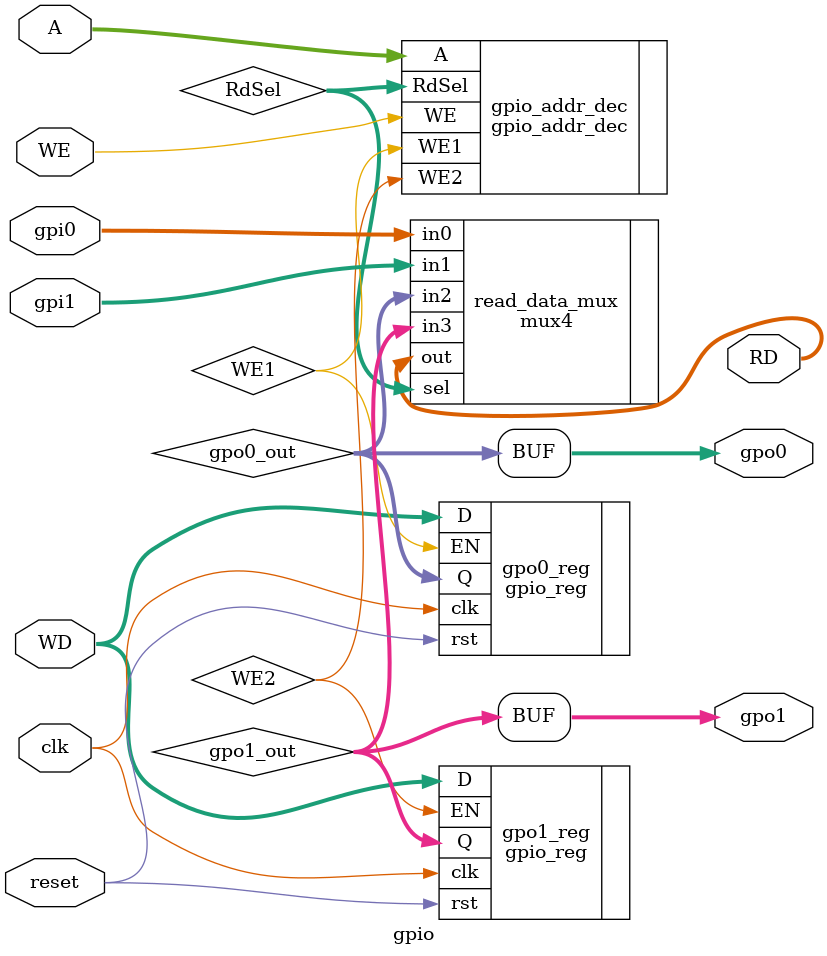
<source format=v>
module gpio(
    input wire clk,
    input wire reset,
    input wire [1:0] A,
    input wire WE,
    input wire [31:0] WD,
    input wire [31:0] gpi0,
    input wire [31:0] gpi1,
    output wire [31:0] RD,
    output wire [31:0] gpo0,
    output wire [31:0] gpo1
);

wire WE1;
wire WE2;
wire [1:0] RdSel;
wire [31:0] gpo0_out;
wire [31:0] gpo1_out;
assign gpo0 = gpo0_out;
assign gpo1 = gpo1_out;

gpio_addr_dec gpio_addr_dec(
    .WE(WE),
    .A(A),
    .WE1(WE1),
    .WE2(WE2),
    .RdSel(RdSel)
);

gpio_reg #(32) gpo0_reg(
    .clk(clk),
    .rst(reset),
    .D(WD),
    .EN(WE1),
    .Q(gpo0_out)
);

gpio_reg #(32) gpo1_reg(
    .clk(clk),
    .rst(reset),
    .D(WD),
    .EN(WE2),
    .Q(gpo1_out)
);

mux4 #(32) read_data_mux(
    .sel(RdSel),
    .in0(gpi0),
    .in1(gpi1),
    .in2(gpo0_out),
    .in3(gpo1_out),
    .out(RD)
);

endmodule
</source>
